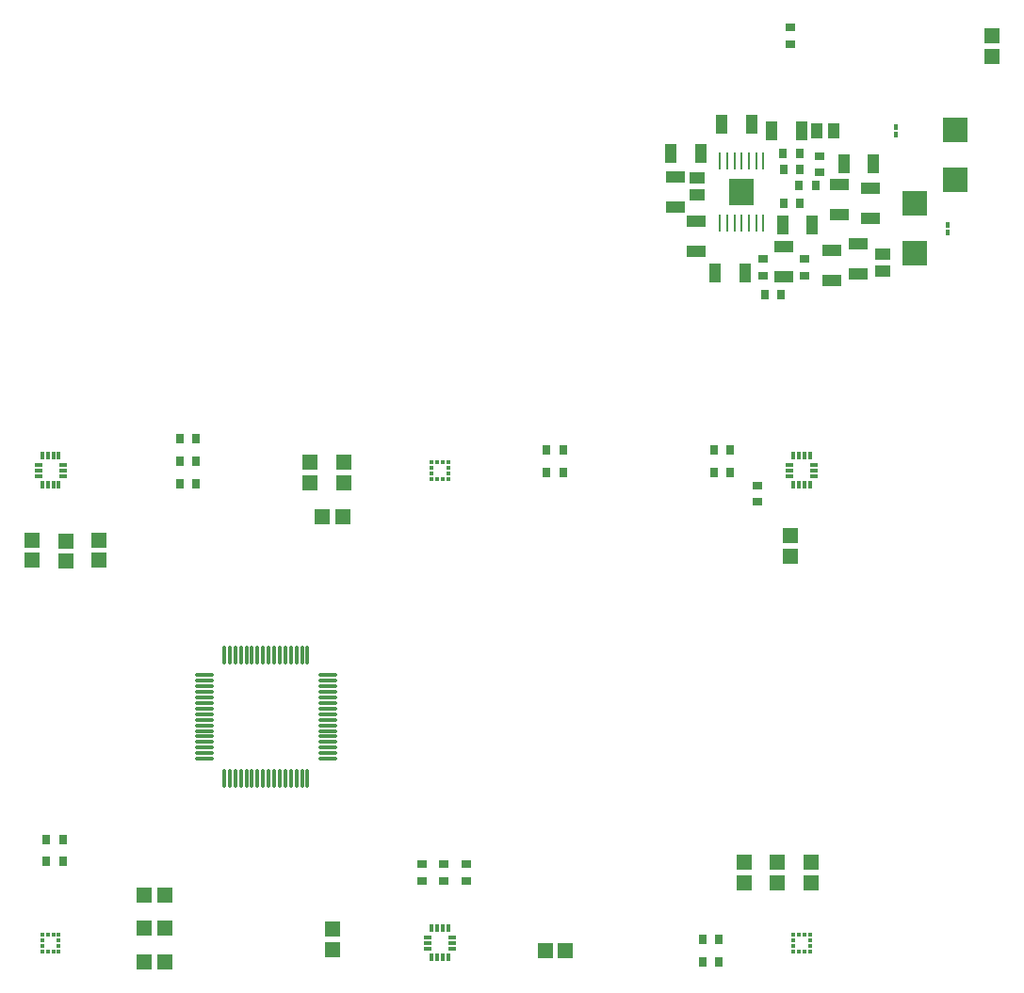
<source format=gtp>
G04 Layer_Color=8421504*
%FSLAX25Y25*%
%MOIN*%
G70*
G01*
G75*
%ADD10R,0.01181X0.01969*%
%ADD11R,0.04331X0.06693*%
%ADD12R,0.06693X0.04331*%
%ADD13R,0.04331X0.05512*%
%ADD14R,0.05512X0.04331*%
%ADD15R,0.09095X0.09685*%
%ADD16R,0.00984X0.06102*%
%ADD17R,0.05512X0.05512*%
%ADD18O,0.07087X0.01181*%
%ADD19O,0.01181X0.07087*%
%ADD20R,0.01181X0.01181*%
%ADD21R,0.01181X0.02953*%
%ADD22R,0.02953X0.01181*%
%ADD23R,0.02756X0.03543*%
%ADD24R,0.03543X0.02756*%
%ADD25R,0.05512X0.05512*%
%ADD26R,0.09055X0.09055*%
D10*
X383858Y371457D02*
D03*
Y368701D02*
D03*
X401968Y336811D02*
D03*
Y334055D02*
D03*
D11*
X319882Y319587D02*
D03*
X330512D02*
D03*
X354232Y336516D02*
D03*
X343602D02*
D03*
X365256Y358170D02*
D03*
X375886D02*
D03*
X314862Y362106D02*
D03*
X304232D02*
D03*
X322047Y372343D02*
D03*
X332677D02*
D03*
X339665Y369980D02*
D03*
X350295D02*
D03*
D12*
X344193Y328937D02*
D03*
Y318307D02*
D03*
X374606Y338977D02*
D03*
Y349606D02*
D03*
X361221Y317126D02*
D03*
Y327756D02*
D03*
X370571Y319390D02*
D03*
Y330020D02*
D03*
X363582Y340453D02*
D03*
Y351083D02*
D03*
X305610Y353642D02*
D03*
Y343012D02*
D03*
X312992Y327362D02*
D03*
Y337992D02*
D03*
D13*
X355807Y369980D02*
D03*
X361713D02*
D03*
D14*
X379035Y326279D02*
D03*
Y320374D02*
D03*
X313484Y347343D02*
D03*
Y353248D02*
D03*
D15*
X329232Y348327D02*
D03*
D16*
X336909Y359350D02*
D03*
X334350D02*
D03*
X331791D02*
D03*
X329232D02*
D03*
X326673D02*
D03*
X324114D02*
D03*
X321555D02*
D03*
X336909Y337303D02*
D03*
X334350D02*
D03*
X331791D02*
D03*
X329232D02*
D03*
X326673D02*
D03*
X324114D02*
D03*
X321555D02*
D03*
D17*
X89942Y217516D02*
D03*
Y224603D02*
D03*
X346449Y226484D02*
D03*
Y219398D02*
D03*
X184430Y80114D02*
D03*
Y87201D02*
D03*
X101753Y217910D02*
D03*
Y224996D02*
D03*
X78131Y217910D02*
D03*
Y224996D02*
D03*
X417698Y403540D02*
D03*
Y396453D02*
D03*
X176556Y252555D02*
D03*
Y245469D02*
D03*
X330099Y110823D02*
D03*
Y103736D02*
D03*
X188367Y252555D02*
D03*
Y245468D02*
D03*
X353721Y110823D02*
D03*
Y103736D02*
D03*
X341910Y110823D02*
D03*
Y103736D02*
D03*
D18*
X138958Y177162D02*
D03*
Y175193D02*
D03*
Y173224D02*
D03*
Y171256D02*
D03*
Y169288D02*
D03*
Y167319D02*
D03*
Y165350D02*
D03*
Y163382D02*
D03*
Y161414D02*
D03*
Y159445D02*
D03*
Y157476D02*
D03*
Y155508D02*
D03*
Y153540D02*
D03*
Y151571D02*
D03*
Y149602D02*
D03*
Y147634D02*
D03*
X182658D02*
D03*
Y149602D02*
D03*
Y151571D02*
D03*
Y153540D02*
D03*
Y155508D02*
D03*
Y157476D02*
D03*
Y159445D02*
D03*
Y161414D02*
D03*
Y163382D02*
D03*
Y165350D02*
D03*
Y167319D02*
D03*
Y169288D02*
D03*
Y171256D02*
D03*
Y173224D02*
D03*
Y175193D02*
D03*
Y177162D02*
D03*
D19*
X146044Y140547D02*
D03*
X148013D02*
D03*
X149981D02*
D03*
X151950D02*
D03*
X153918D02*
D03*
X155887D02*
D03*
X157855D02*
D03*
X159824D02*
D03*
X161792D02*
D03*
X163761D02*
D03*
X165729D02*
D03*
X167698D02*
D03*
X169666D02*
D03*
X171635D02*
D03*
X173603D02*
D03*
X175572D02*
D03*
Y184248D02*
D03*
X173603D02*
D03*
X171635D02*
D03*
X169666D02*
D03*
X167698D02*
D03*
X165729D02*
D03*
X163761D02*
D03*
X161792D02*
D03*
X159824D02*
D03*
X157855D02*
D03*
X155887D02*
D03*
X153918D02*
D03*
X151950D02*
D03*
X149981D02*
D03*
X148013D02*
D03*
X146044D02*
D03*
D20*
X87552Y79294D02*
D03*
Y81262D02*
D03*
Y83231D02*
D03*
Y85199D02*
D03*
X85584Y79294D02*
D03*
X83615D02*
D03*
X81647D02*
D03*
Y81262D02*
D03*
Y83231D02*
D03*
Y85199D02*
D03*
X83615D02*
D03*
X85584D02*
D03*
X353300Y79294D02*
D03*
Y81262D02*
D03*
Y83231D02*
D03*
Y85199D02*
D03*
X351332Y79294D02*
D03*
X349363D02*
D03*
X347394D02*
D03*
Y81262D02*
D03*
Y83231D02*
D03*
Y85199D02*
D03*
X349363D02*
D03*
X351332D02*
D03*
X225347Y246617D02*
D03*
Y248585D02*
D03*
Y250554D02*
D03*
Y252522D02*
D03*
X223379Y246617D02*
D03*
X221410D02*
D03*
X219442D02*
D03*
Y248585D02*
D03*
Y250554D02*
D03*
Y252522D02*
D03*
X221410D02*
D03*
X223379D02*
D03*
D21*
X219442Y77210D02*
D03*
X221410D02*
D03*
X223379D02*
D03*
X225347D02*
D03*
Y87683D02*
D03*
X223379D02*
D03*
X221410D02*
D03*
X219442D02*
D03*
X81647Y244533D02*
D03*
X83615D02*
D03*
X85584D02*
D03*
X87552D02*
D03*
Y255006D02*
D03*
X85584D02*
D03*
X83615D02*
D03*
X81647D02*
D03*
X347394Y244533D02*
D03*
X349363D02*
D03*
X351332D02*
D03*
X353300D02*
D03*
Y255006D02*
D03*
X351332D02*
D03*
X349363D02*
D03*
X347394D02*
D03*
D22*
X226725Y80478D02*
D03*
Y82446D02*
D03*
Y84415D02*
D03*
X218064D02*
D03*
Y82446D02*
D03*
Y80478D02*
D03*
X88930Y247801D02*
D03*
Y249769D02*
D03*
Y251738D02*
D03*
X80269D02*
D03*
Y249769D02*
D03*
Y247801D02*
D03*
X354678D02*
D03*
Y249769D02*
D03*
Y251738D02*
D03*
X346017D02*
D03*
Y249769D02*
D03*
Y247801D02*
D03*
D23*
X319273Y256886D02*
D03*
X325178D02*
D03*
X130296Y245075D02*
D03*
X136202D02*
D03*
X130296Y252949D02*
D03*
X136202D02*
D03*
X325178Y249012D02*
D03*
X319273D02*
D03*
X136202Y260823D02*
D03*
X130296D02*
D03*
X321241Y75784D02*
D03*
X315335D02*
D03*
X83052Y111217D02*
D03*
X88957D02*
D03*
X83052Y119091D02*
D03*
X88957D02*
D03*
X321241Y83658D02*
D03*
X315335D02*
D03*
X260217Y256886D02*
D03*
X266123D02*
D03*
X260217Y249012D02*
D03*
X266123D02*
D03*
X343898Y362008D02*
D03*
X349803D02*
D03*
X349902Y356201D02*
D03*
X343996D02*
D03*
X343209Y312106D02*
D03*
X337303D02*
D03*
X349902Y344390D02*
D03*
X343996D02*
D03*
X355315Y350492D02*
D03*
X349410D02*
D03*
D24*
X223800Y104327D02*
D03*
Y110232D02*
D03*
X215926Y104327D02*
D03*
Y110232D02*
D03*
X231674Y110233D02*
D03*
Y104327D02*
D03*
X334842Y238484D02*
D03*
Y244390D02*
D03*
X356791Y355217D02*
D03*
Y361122D02*
D03*
X336811Y324508D02*
D03*
Y318602D02*
D03*
X351378Y324508D02*
D03*
Y318602D02*
D03*
X346555Y406693D02*
D03*
Y400787D02*
D03*
D25*
X259627Y79721D02*
D03*
X266713D02*
D03*
X124981Y75784D02*
D03*
X117895D02*
D03*
X124981Y99406D02*
D03*
X117894D02*
D03*
X124981Y87594D02*
D03*
X117895D02*
D03*
X180887Y233264D02*
D03*
X187973D02*
D03*
D26*
X390551Y344291D02*
D03*
Y326575D02*
D03*
X404724Y352559D02*
D03*
Y370275D02*
D03*
M02*

</source>
